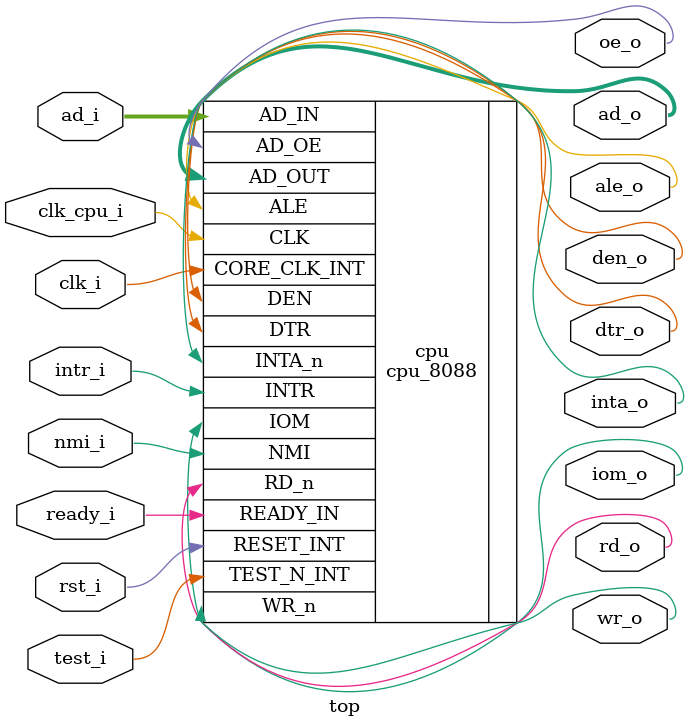
<source format=v>
module top(
    input         clk_i,
    input         clk_cpu_i,
    input         rst_i,
    input         test_i,
    input         ready_i,
    input         nmi_i,
    input         intr_i,
    output        inta_o,
    output        ale_o,
    output        rd_o,
    output        wr_o,
    output        iom_o,
    output        dtr_o,
    output        den_o,
    output        oe_o,
    output [19:0] ad_o,
    input  [ 7:0] ad_i
    );

  cpu_8088 cpu(
    .CORE_CLK_INT (clk_i),
    .CLK          (clk_cpu_i),
    .RESET_INT    (rst_i),
    .TEST_N_INT   (test_i),
    .READY_IN     (ready_i),
    .NMI          (nmi_i),
    .INTR         (intr_i),
    .INTA_n       (inta_o),
    .ALE          (ale_o),
    .RD_n         (rd_o),
    .WR_n         (wr_o),
    .IOM          (iom_o),
    .DTR          (dtr_o),
    .DEN          (den_o),
    .AD_OE        (oe_o),
    .AD_OUT       (ad_o),
    .AD_IN        (ad_i)
  );

endmodule

</source>
